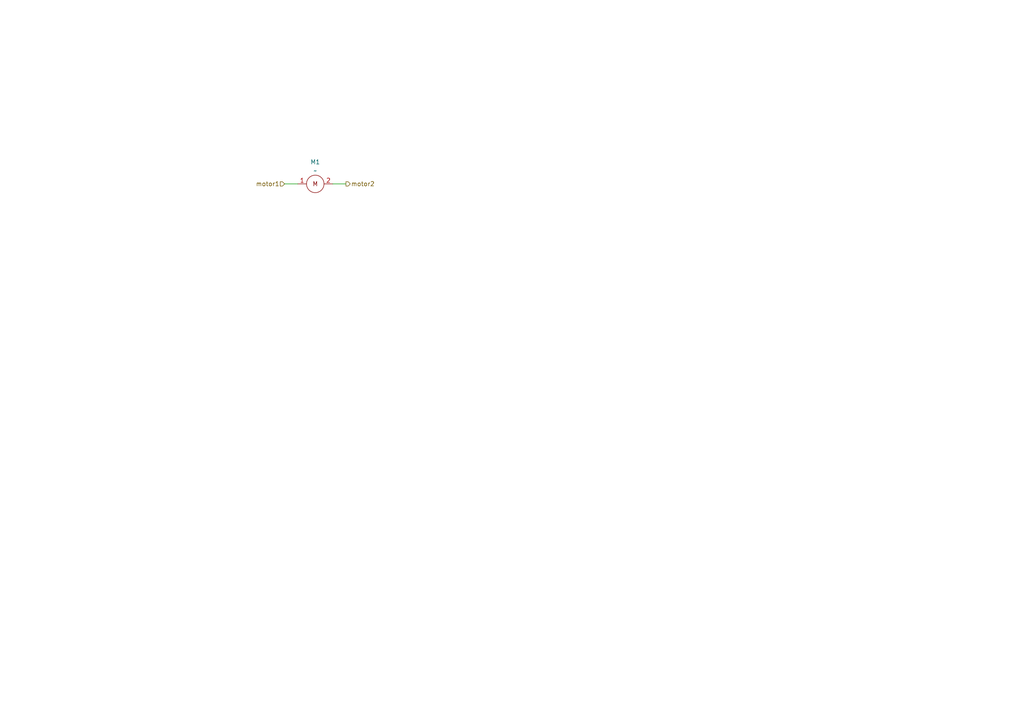
<source format=kicad_sch>
(kicad_sch
	(version 20231120)
	(generator "eeschema")
	(generator_version "8.0")
	(uuid "cc4e1ed2-8090-4c7c-95e3-277ccfe0b68c")
	(paper "A4")
	(lib_symbols
		(symbol "Motors_KoNaR:Motor"
			(exclude_from_sim no)
			(in_bom yes)
			(on_board yes)
			(property "Reference" "M"
				(at 0 3.556 0)
				(effects
					(font
						(size 1.27 1.27)
					)
				)
			)
			(property "Value" ""
				(at 0 0 0)
				(effects
					(font
						(size 1.27 1.27)
					)
				)
			)
			(property "Footprint" "Motors_KoNaR:Motor"
				(at 0 -4.064 0)
				(effects
					(font
						(size 1.27 1.27)
					)
					(hide yes)
				)
			)
			(property "Datasheet" ""
				(at 0 0 0)
				(effects
					(font
						(size 1.27 1.27)
					)
					(hide yes)
				)
			)
			(property "Description" ""
				(at 0 0 0)
				(effects
					(font
						(size 1.27 1.27)
					)
					(hide yes)
				)
			)
			(symbol "Motor_1_1"
				(circle
					(center 0 0)
					(radius 2.54)
					(stroke
						(width 0)
						(type default)
					)
					(fill
						(type none)
					)
				)
				(text "M"
					(at 0 0 0)
					(effects
						(font
							(size 1.27 1.27)
						)
					)
				)
				(pin input line
					(at -5.08 0 0)
					(length 2.54)
					(name ""
						(effects
							(font
								(size 1.27 1.27)
							)
						)
					)
					(number "1"
						(effects
							(font
								(size 1.27 1.27)
							)
						)
					)
				)
				(pin input line
					(at 5.08 0 180)
					(length 2.54)
					(name ""
						(effects
							(font
								(size 1.27 1.27)
							)
						)
					)
					(number "2"
						(effects
							(font
								(size 1.27 1.27)
							)
						)
					)
				)
			)
		)
	)
	(wire
		(pts
			(xy 96.52 53.34) (xy 100.33 53.34)
		)
		(stroke
			(width 0)
			(type default)
		)
		(uuid "1c375859-bbf3-4a6e-abcd-4f91d5884217")
	)
	(wire
		(pts
			(xy 82.55 53.34) (xy 86.36 53.34)
		)
		(stroke
			(width 0)
			(type default)
		)
		(uuid "2813fbac-af73-4528-b871-4d8a405d969c")
	)
	(hierarchical_label "motor2"
		(shape output)
		(at 100.33 53.34 0)
		(fields_autoplaced yes)
		(effects
			(font
				(size 1.27 1.27)
			)
			(justify left)
		)
		(uuid "316cc4f3-7886-4d89-a346-4da2608ac72d")
	)
	(hierarchical_label "motor1"
		(shape input)
		(at 82.55 53.34 180)
		(fields_autoplaced yes)
		(effects
			(font
				(size 1.27 1.27)
			)
			(justify right)
		)
		(uuid "def3d595-d452-4561-80ff-a3f9d559e1e9")
	)
	(symbol
		(lib_id "Motors_KoNaR:Motor")
		(at 91.44 53.34 0)
		(unit 1)
		(exclude_from_sim no)
		(in_bom yes)
		(on_board yes)
		(dnp no)
		(fields_autoplaced yes)
		(uuid "8090b09a-3bbf-4677-b016-f8d05539f6cb")
		(property "Reference" "M1"
			(at 91.44 46.99 0)
			(effects
				(font
					(size 1.27 1.27)
				)
			)
		)
		(property "Value" "~"
			(at 91.44 49.53 0)
			(effects
				(font
					(size 1.27 1.27)
				)
			)
		)
		(property "Footprint" "Motors_KoNaR:Motor"
			(at 91.44 57.404 0)
			(effects
				(font
					(size 1.27 1.27)
				)
				(hide yes)
			)
		)
		(property "Datasheet" ""
			(at 91.44 53.34 0)
			(effects
				(font
					(size 1.27 1.27)
				)
				(hide yes)
			)
		)
		(property "Description" ""
			(at 91.44 53.34 0)
			(effects
				(font
					(size 1.27 1.27)
				)
				(hide yes)
			)
		)
		(pin "1"
			(uuid "fba2b869-7c83-46c8-93f0-4ca244dae9e1")
		)
		(pin "2"
			(uuid "7af8c9ef-b185-4c13-8ca8-23f13407a917")
		)
		(instances
			(project "konar2"
				(path "/c9154aa1-f1b7-423e-bcde-0c6434e2094e/aa6d8837-43da-403b-b211-b7822c42baaa"
					(reference "M1")
					(unit 1)
				)
			)
		)
	)
)
</source>
